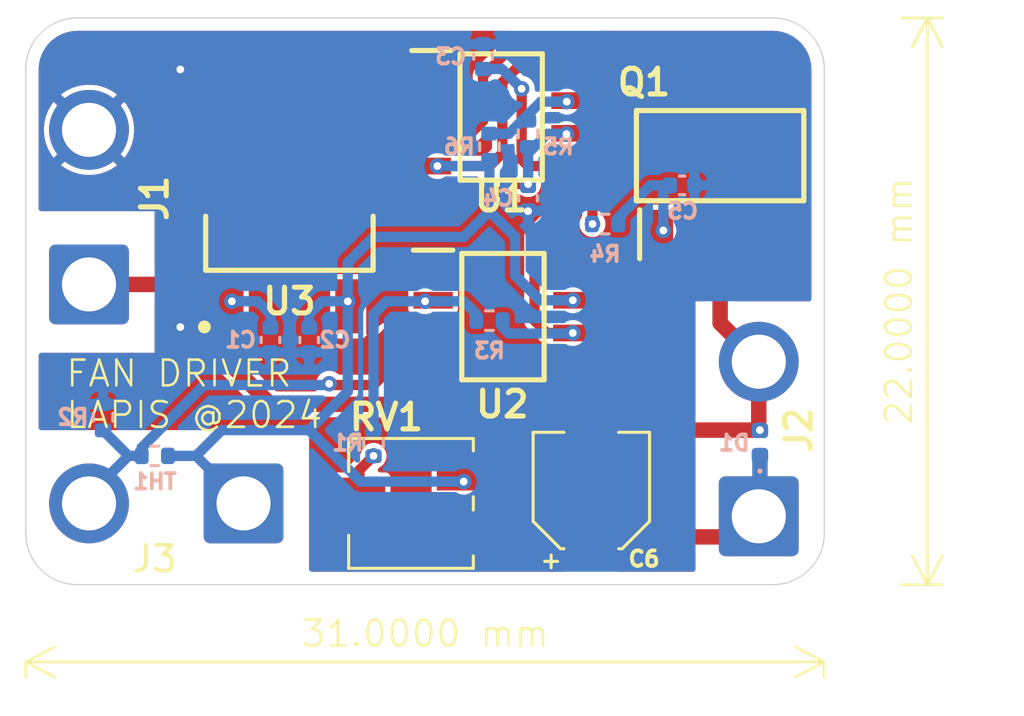
<source format=kicad_pcb>
(kicad_pcb (version 20240108) (generator "pcbnew") (generator_version "8.0")
  (layers (0 "F.Cu" signal) (31 "B.Cu" signal) (34 "B.Paste" user) (35 "F.Paste" user) (36 "B.SilkS" user "B.Silkscreen") (37 "F.SilkS" user "F.Silkscreen") (38 "B.Mask" user) (39 "F.Mask" user) (44 "Edge.Cuts" user))
  (net 0 "")
  (net 1 "+12V")
  (net 2 "GND")
  (net 3 "+5V")
  (net 4 "Net-(U1-CV)")
  (net 5 "Net-(U1-THR)")
  (net 6 "Net-(Q1-G)")
  (net 7 "Net-(D1-A)")
  (net 8 "Net-(J3-Pin_2)")
  (net 9 "Net-(R1-Pad1)")
  (net 10 "Net-(U2--)")
  (net 11 "Net-(U1-Q)")
  (net 12 "Net-(U1-DIS)")
  (footprint "Connector_Wire:SolderWire-1.5sqmm_1x02_P6mm_D1.7mm_OD3mm" (layer "F.Cu") (at 34.455 36.345 90)
    (property "Reference" "J1" (at 3.345 2.545 90) (layer "F.SilkS") (effects (font (thickness 0.2) (bold yes))))
    (property "Value" "Conn_12VIN")
    (pad "1" thru_hole roundrect (at 0 0 90) (size 3.1 3.1) (drill 2.1) (layers "*.Cu" "*.Mask") (roundrect_rratio 0.080645) (net 1 "+12V"))
    (pad "2" thru_hole circle (at 6 0 90) (size 3.1 3.1) (drill 2.1) (layers "*.Cu" "*.Mask") (net 2 "GND"))
  )
  (footprint "Potentiometer_SMD:Potentiometer_Bourns_3224J_Horizontal" (layer "F.Cu") (at 46.955 44.845)
    (property "Reference" "RV1" (at -0.955 -3.345 0) (layer "F.SilkS") (effects (font (thickness 0.2) (bold yes))))
    (property "Value" "R_Potentiometer_Trim")
    (fp_line (start -2.42 -2.52) (end -2.42 -1.24) (stroke (width 0.12)) (layer "F.SilkS"))
    (fp_line (start -2.42 -2.52) (end 2.42 -2.52) (stroke (width 0.12)) (layer "F.SilkS"))
    (fp_line (start -2.42 -2.14) (end -2.42 -2.14) (stroke (width 0.12)) (layer "F.SilkS"))
    (fp_line (start -2.42 -2.14) (end -2.42 -1.24) (stroke (width 0.12)) (layer "F.SilkS"))
    (fp_line (start -2.42 -2.14) (end -2.42 -1.24) (stroke (width 0.12)) (layer "F.SilkS"))
    (fp_line (start -2.42 1.24) (end -2.42 2.52) (stroke (width 0.12)) (layer "F.SilkS"))
    (fp_line (start -2.42 2.52) (end 2.42 2.52) (stroke (width 0.12)) (layer "F.SilkS"))
    (fp_line (start 2.42 -2.52) (end 2.42 -2.04) (stroke (width 0.12)) (layer "F.SilkS"))
    (fp_line (start 2.42 -0.26) (end 2.42 0.26) (stroke (width 0.12)) (layer "F.SilkS"))
    (fp_line (start 2.42 2.04) (end 2.42 2.52) (stroke (width 0.12)) (layer "F.SilkS"))
    (pad "1" smd rect (at 2 -1.15) (size 2 1.3) (layers "F.Cu" "F.Paste" "F.Mask") (net 3 "+5V"))
    (pad "2" smd rect (at -2 0) (size 2 2) (layers "F.Cu" "F.Paste" "F.Mask") (net 9 "Net-(R1-Pad1)"))
    (pad "3" smd rect (at 2 1.15) (size 2 1.3) (layers "F.Cu" "F.Paste" "F.Mask") (net 2 "GND"))
  )
  (footprint "Connector_Wire:SolderWire-1.5sqmm_1x02_P6mm_D1.7mm_OD3mm" (layer "F.Cu") (at 40.455 44.845 180)
    (property "Reference" "J3" (at 3.455 -2.155 0) (layer "F.SilkS"))
    (property "Value" "Conn_NTC")
    (pad "1" thru_hole roundrect (at 0 0 180) (size 3.1 3.1) (drill 2.1) (layers "*.Cu" "*.Mask") (roundrect_rratio 0.080645) (net 3 "+5V"))
    (pad "2" thru_hole circle (at 6 0 180) (size 3.1 3.1) (drill 2.1) (layers "*.Cu" "*.Mask") (net 8 "Net-(J3-Pin_2)"))
  )
  (footprint "Library:SOT230P700X180-4N" (layer "F.Cu") (at 58.955 31.345 90)
    (property "Reference" "Q1" (at 2.845 -2.955 180) (layer "F.SilkS") (effects (font (thickness 0.2) (bold yes))))
    (property "Value" "IRLL014TRPBF-BE3" (hide yes))
    (fp_line (start 1.75 -3.25) (end 1.75 3.25) (stroke (width 0.2)) (layer "F.SilkS"))
    (fp_line (start -1.75 -3.25) (end 1.75 -3.25) (stroke (width 0.2)) (layer "F.SilkS"))
    (fp_line (start -4 -3.125) (end -2.1 -3.125) (stroke (width 0.2)) (layer "F.SilkS"))
    (fp_line (start 1.75 3.25) (end -1.75 3.25) (stroke (width 0.2)) (layer "F.SilkS"))
    (fp_line (start -1.75 3.25) (end -1.75 -3.25) (stroke (width 0.2)) (layer "F.SilkS"))
    (pad "1" smd rect (at -3.05 -2.3 180) (size 0.95 1.9) (layers "F.Cu" "F.Paste" "F.Mask") (net 6 "Net-(Q1-G)"))
    (pad "2" smd rect (at -3.05 0 180) (size 0.95 1.9) (layers "F.Cu" "F.Paste" "F.Mask") (net 7 "Net-(D1-A)"))
    (pad "3" smd rect (at -3.05 2.3 180) (size 0.95 1.9) (layers "F.Cu" "F.Paste" "F.Mask") (net 2 "GND"))
    (pad "4" smd rect (at 3.05 0 90) (size 1.9 3.25) (layers "F.Cu" "F.Paste" "F.Mask"))
  )
  (footprint "kzpe_fp:SOIC127P600X175-8N" (layer "F.Cu") (at 50.455 29.845)
    (property "Reference" "U1" (at 0 3.155 0) (layer "F.SilkS") (effects (font (thickness 0.2) (bold yes))))
    (property "Value" "LM555xM" (hide yes))
    (fp_line (start -3.475 -2.58) (end -1.948 -2.58) (stroke (width 0.2)) (layer "F.SilkS"))
    (fp_line (start -1.598 -2.452) (end 1.598 -2.452) (stroke (width 0.2)) (layer "F.SilkS"))
    (fp_line (start -1.598 2.452) (end -1.598 -2.452) (stroke (width 0.2)) (layer "F.SilkS"))
    (fp_line (start 1.598 -2.452) (end 1.598 2.452) (stroke (width 0.2)) (layer "F.SilkS"))
    (fp_line (start 1.598 2.452) (end -1.598 2.452) (stroke (width 0.2)) (layer "F.SilkS"))
    (pad "1" smd rect (at -2.711 -1.905 90) (size 0.65 1.528) (layers "F.Cu" "F.Paste" "F.Mask") (net 2 "GND"))
    (pad "2" smd rect (at -2.711 -0.635 90) (size 0.65 1.528) (layers "F.Cu" "F.Paste" "F.Mask") (net 5 "Net-(U1-THR)"))
    (pad "3" smd rect (at -2.711 0.635 90) (size 0.65 1.528) (layers "F.Cu" "F.Paste" "F.Mask") (net 11 "Net-(U1-Q)"))
    (pad "4" smd rect (at -2.711 1.905 90) (size 0.65 1.528) (layers "F.Cu" "F.Paste" "F.Mask") (net 3 "+5V"))
    (pad "5" smd rect (at 2.711 1.905 90) (size 0.65 1.528) (layers "F.Cu" "F.Paste" "F.Mask") (net 4 "Net-(U1-CV)"))
    (pad "6" smd rect (at 2.711 0.635 90) (size 0.65 1.528) (layers "F.Cu" "F.Paste" "F.Mask") (net 5 "Net-(U1-THR)"))
    (pad "7" smd rect (at 2.711 -0.635 90) (size 0.65 1.528) (layers "F.Cu" "F.Paste" "F.Mask") (net 12 "Net-(U1-DIS)"))
    (pad "8" smd rect (at 2.711 -1.905 90) (size 0.65 1.528) (layers "F.Cu" "F.Paste" "F.Mask") (net 3 "+5V"))
  )
  (footprint "Connector_Wire:SolderWire-1.5sqmm_1x02_P6mm_D1.7mm_OD3mm" (layer "F.Cu") (at 60.455 45.345 90)
    (property "Reference" "J2" (at 3.345 1.545 90) (layer "F.SilkS") (effects (font (thickness 0.2) (bold yes))))
    (property "Value" "Conn_FAN")
    (pad "1" thru_hole roundrect (at 0 0 90) (size 3.1 3.1) (drill 2.1) (layers "*.Cu" "*.Mask") (roundrect_rratio 0.080645) (net 1 "+12V"))
    (pad "2" thru_hole circle (at 6 0 90) (size 3.1 3.1) (drill 2.1) (layers "*.Cu" "*.Mask") (net 7 "Net-(D1-A)"))
  )
  (footprint "Library:TO228P972X240-3N" (layer "F.Cu") (at 42.235 32.845 90)
    (property "Reference" "U3" (at -4.155 0 180) (layer "F.SilkS") (effects (font (thickness 0.2) (bold yes))))
    (property "Value" "LF50ABDT-TR" (hide yes))
    (fp_line (start -2.95 -3.25) (end -0.85 -3.25) (stroke (width 0.2)) (layer "F.SilkS"))
    (fp_line (start -0.85 3.25) (end -2.95 3.25) (stroke (width 0.2)) (layer "F.SilkS"))
    (fp_line (start -2.95 3.25) (end -2.95 -3.25) (stroke (width 0.2)) (layer "F.SilkS"))
    (fp_circle (center -5.15 -3.3) (end -5.15 -3.175) (stroke (width 0.25)) (fill none) (layer "F.SilkS"))
    (pad "1" smd rect (at -4.35 -2.28 180) (size 1 2.1) (layers "F.Cu" "F.Paste" "F.Mask") (net 1 "+12V"))
    (pad "2" smd rect (at 2.45 0 180) (size 4.9 5.85) (layers "F.Cu" "F.Paste" "F.Mask") (net 2 "GND"))
    (pad "3" smd rect (at -4.35 2.28 180) (size 1 2.1) (layers "F.Cu" "F.Paste" "F.Mask") (net 3 "+5V"))
  )
  (footprint "Capacitor_SMD:CP_Elec_4x4.5" (layer "F.Cu") (at 53.955 44.345 90)
    (property "Reference" "C6" (at -2.655 2.045 180) (layer "F.SilkS") (effects (font (size 0.6 0.6))))
    (property "Value" "47uF/50V")
    (fp_line (start 2.26 -2.26) (end 2.26 -1.06) (stroke (width 0.12)) (layer "F.SilkS"))
    (fp_line (start -1.195563 -2.26) (end 2.26 -2.26) (stroke (width 0.12)) (layer "F.SilkS"))
    (fp_line (start -2.75 -1.81) (end -2.75 -1.31) (stroke (width 0.12)) (layer "F.SilkS"))
    (fp_line (start -3 -1.56) (end -2.5 -1.56) (stroke (width 0.12)) (layer "F.SilkS"))
    (fp_line (start -2.26 -1.195563) (end -1.195563 -2.26) (stroke (width 0.12)) (layer "F.SilkS"))
    (fp_line (start -2.26 -1.195563) (end -2.26 -1.06) (stroke (width 0.12)) (layer "F.SilkS"))
    (fp_line (start -2.26 1.195563) (end -2.26 1.06) (stroke (width 0.12)) (layer "F.SilkS"))
    (fp_line (start -2.26 1.195563) (end -1.195563 2.26) (stroke (width 0.12)) (layer "F.SilkS"))
    (fp_line (start 2.26 2.26) (end 2.26 1.06) (stroke (width 0.12)) (layer "F.SilkS"))
    (fp_line (start -1.195563 2.26) (end 2.26 2.26) (stroke (width 0.12)) (layer "F.SilkS"))
    (pad "1" smd roundrect (at -1.8 0 90) (size 2.6 1.6) (layers "F.Cu" "F.Paste" "F.Mask") (roundrect_rratio 0.15625) (net 1 "+12V"))
    (pad "2" smd roundrect (at 1.8 0 90) (size 2.6 1.6) (layers "F.Cu" "F.Paste" "F.Mask") (roundrect_rratio 0.15625) (net 7 "Net-(D1-A)"))
  )
  (footprint "kzpe_fp:SOIC127P600X175-8N" (layer "F.Cu") (at 50.525 37.595)
    (property "Reference" "U2" (at -0.025 3.405 0) (layer "F.SilkS") (effects (font (thickness 0.2) (bold yes))))
    (property "Value" "TL081" (hide yes))
    (fp_line (start -3.475 -2.58) (end -1.948 -2.58) (stroke (width 0.2)) (layer "F.SilkS"))
    (fp_line (start -1.598 -2.452) (end 1.598 -2.452) (stroke (width 0.2)) (layer "F.SilkS"))
    (fp_line (start -1.598 2.452) (end -1.598 -2.452) (stroke (width 0.2)) (layer "F.SilkS"))
    (fp_line (start 1.598 -2.452) (end 1.598 2.452) (stroke (width 0.2)) (layer "F.SilkS"))
    (fp_line (start 1.598 2.452) (end -1.598 2.452) (stroke (width 0.2)) (layer "F.SilkS"))
    (pad "1" smd rect (at -2.711 -1.905 90) (size 0.65 1.528) (layers "F.Cu" "F.Paste" "F.Mask"))
    (pad "2" smd rect (at -2.711 -0.635 90) (size 0.65 1.528) (layers "F.Cu" "F.Paste" "F.Mask") (net 10 "Net-(U2--)"))
    (pad "3" smd rect (at -2.711 0.635 90) (size 0.65 1.528) (layers "F.Cu" "F.Paste" "F.Mask") (net 8 "Net-(J3-Pin_2)"))
    (pad "4" smd rect (at -2.711 1.905 90) (size 0.65 1.528) (layers "F.Cu" "F.Paste" "F.Mask") (net 2 "GND"))
    (pad "5" smd rect (at 2.711 1.905 90) (size 0.65 1.528) (layers "F.Cu" "F.Paste" "F.Mask"))
    (pad "6" smd rect (at 2.711 0.635 90) (size 0.65 1.528) (layers "F.Cu" "F.Paste" "F.Mask") (net 4 "Net-(U1-CV)"))
    (pad "7" smd rect (at 2.711 -0.635 90) (size 0.65 1.528) (layers "F.Cu" "F.Paste" "F.Mask") (net 3 "+5V"))
    (pad "8" smd rect (at 2.711 -1.905 90) (size 0.65 1.528) (layers "F.Cu" "F.Paste" "F.Mask"))
  )
  (footprint "Capacitor_SMD:C_0402_1005Metric" (layer "B.Cu") (at 51.5 33 -90)
    (property "Reference" "C4" (at 0 1.16 180) (layer "B.SilkS") (effects (font (size 0.6 0.6)) (justify mirror)))
    (property "Value" "1uF")
    (fp_line (start 0.107836 0.36) (end -0.107836 0.36) (stroke (width 0.12)) (layer "B.SilkS"))
    (fp_line (start 0.107836 -0.36) (end -0.107836 -0.36) (stroke (width 0.12)) (layer "B.SilkS"))
    (pad "1" smd roundrect (at -0.48 0 270) (size 0.56 0.62) (layers "B.Cu" "B.Paste" "B.Mask") (net 5 "Net-(U1-THR)"))
    (pad "2" smd roundrect (at 0.48 0 270) (size 0.56 0.62) (layers "B.Cu" "B.Paste" "B.Mask") (net 2 "GND"))
  )
  (footprint "Resistor_SMD:R_0402_1005Metric" (layer "B.Cu") (at 50 37.75)
    (property "Reference" "R3" (at 0 1.17 0) (layer "B.SilkS") (effects (font (size 0.6 0.6)) (justify mirror)))
    (property "Value" "100k")
    (fp_line (start 0.153641 -0.38) (end -0.153641 -0.38) (stroke (width 0.12)) (layer "B.SilkS"))
    (fp_line (start 0.153641 0.38) (end -0.153641 0.38) (stroke (width 0.12)) (layer "B.SilkS"))
    (pad "1" smd roundrect (at -0.51 0) (size 0.54 0.64) (layers "B.Cu" "B.Paste" "B.Mask") (net 10 "Net-(U2--)"))
    (pad "2" smd roundrect (at 0.51 0) (size 0.54 0.64) (layers "B.Cu" "B.Paste" "B.Mask") (net 4 "Net-(U1-CV)"))
  )
  (footprint "Capacitor_SMD:C_0402_1005Metric" (layer "B.Cu") (at 41.5 38.5 -90)
    (property "Reference" "C1" (at 0 1.16 180) (layer "B.SilkS") (effects (font (size 0.6 0.6)) (justify mirror)))
    (property "Value" "0.1uF")
    (fp_line (start 0.107836 0.36) (end -0.107836 0.36) (stroke (width 0.12)) (layer "B.SilkS"))
    (fp_line (start 0.107836 -0.36) (end -0.107836 -0.36) (stroke (width 0.12)) (layer "B.SilkS"))
    (pad "1" smd roundrect (at -0.48 0 270) (size 0.56 0.62) (layers "B.Cu" "B.Paste" "B.Mask") (net 1 "+12V"))
    (pad "2" smd roundrect (at 0.48 0 270) (size 0.56 0.62) (layers "B.Cu" "B.Paste" "B.Mask") (net 2 "GND"))
  )
  (footprint "Capacitor_SMD:C_0402_1005Metric" (layer "B.Cu") (at 49.75 27.5 90)
    (property "Reference" "C3" (at 0 -1.25 180) (layer "B.SilkS") (effects (font (size 0.6 0.6)) (justify mirror)))
    (property "Value" "0.1uF")
    (fp_line (start 0.107836 -0.36) (end -0.107836 -0.36) (stroke (width 0.12)) (layer "B.SilkS"))
    (fp_line (start 0.107836 0.36) (end -0.107836 0.36) (stroke (width 0.12)) (layer "B.SilkS"))
    (pad "1" smd roundrect (at -0.48 0 90) (size 0.56 0.62) (layers "B.Cu" "B.Paste" "B.Mask") (net 4 "Net-(U1-CV)"))
    (pad "2" smd roundrect (at 0.48 0 90) (size 0.56 0.62) (layers "B.Cu" "B.Paste" "B.Mask") (net 2 "GND"))
  )
  (footprint "Resistor_SMD:R_0402_1005Metric" (layer "B.Cu") (at 37.01 43 180)
    (property "Reference" "TH1" (at 0 -1 0) (layer "B.SilkS") (effects (font (size 0.6 0.6)) (justify mirror)))
    (property "Value" "Thermistor_NTC")
    (fp_line (start 0.153641 0.38) (end -0.153641 0.38) (stroke (width 0.12)) (layer "B.SilkS"))
    (fp_line (start 0.153641 -0.38) (end -0.153641 -0.38) (stroke (width 0.12)) (layer "B.SilkS"))
    (pad "1" smd roundrect (at -0.51 0 180) (size 0.54 0.64) (layers "B.Cu" "B.Paste" "B.Mask") (net 3 "+5V"))
    (pad "2" smd roundrect (at 0.51 0 180) (size 0.54 0.64) (layers "B.Cu" "B.Paste" "B.Mask") (net 8 "Net-(J3-Pin_2)"))
  )
  (footprint "Resistor_SMD:R_0402_1005Metric" (layer "B.Cu") (at 45.5 42.5 90)
    (property "Reference" "R1" (at 0 -1 180) (layer "B.SilkS") (effects (font (size 0.6 0.6)) (justify mirror)))
    (property "Value" "1k")
    (fp_line (start 0.153641 -0.38) (end -0.153641 -0.38) (stroke (width 0.12)) (layer "B.SilkS"))
    (fp_line (start 0.153641 0.38) (end -0.153641 0.38) (stroke (width 0.12)) (layer "B.SilkS"))
    (pad "1" smd roundrect (at -0.51 0 90) (size 0.54 0.64) (layers "B.Cu" "B.Paste" "B.Mask") (net 9 "Net-(R1-Pad1)"))
    (pad "2" smd roundrect (at 0.51 0 90) (size 0.54 0.64) (layers "B.Cu" "B.Paste" "B.Mask") (net 10 "Net-(U2--)"))
  )
  (footprint "Capacitor_SMD:C_0402_1005Metric" (layer "B.Cu") (at 43 38.5 -90)
    (property "Reference" "C2" (at 0 -1 180) (layer "B.SilkS") (effects (font (size 0.6 0.6)) (justify mirror)))
    (property "Value" "1uF")
    (fp_line (start 0.107836 0.36) (end -0.107836 0.36) (stroke (width 0.12)) (layer "B.SilkS"))
    (fp_line (start 0.107836 -0.36) (end -0.107836 -0.36) (stroke (width 0.12)) (layer "B.SilkS"))
    (pad "1" smd roundrect (at -0.48 0 270) (size 0.56 0.62) (layers "B.Cu" "B.Paste" "B.Mask") (net 3 "+5V"))
    (pad "2" smd roundrect (at 0.48 0 270) (size 0.56 0.62) (layers "B.Cu" "B.Paste" "B.Mask") (net 2 "GND"))
  )
  (footprint "Resistor_SMD:R_0402_1005Metric" (layer "B.Cu") (at 54.49 34)
    (property "Reference" "R4" (at 0 1.17 0) (layer "B.SilkS") (effects (font (size 0.6 0.6)) (justify mirror)))
    (property "Value" "1k")
    (fp_line (start 0.153641 -0.38) (end -0.153641 -0.38) (stroke (width 0.12)) (layer "B.SilkS"))
    (fp_line (start 0.153641 0.38) (end -0.153641 0.38) (stroke (width 0.12)) (layer "B.SilkS"))
    (pad "1" smd roundrect (at -0.51 0) (size 0.54 0.64) (layers "B.Cu" "B.Paste" "B.Mask") (net 11 "Net-(U1-Q)"))
    (pad "2" smd roundrect (at 0.51 0) (size 0.54 0.64) (layers "B.Cu" "B.Paste" "B.Mask") (net 6 "Net-(Q1-G)"))
  )
  (footprint "Resistor_SMD:R_0402_1005Metric" (layer "B.Cu") (at 50 31 -90)
    (property "Reference" "R6" (at 0 1.17 180) (layer "B.SilkS") (effects (font (size 0.6 0.6)) (justify mirror)))
    (property "Value" "1k")
    (fp_line (start 0.153641 0.38) (end -0.153641 0.38) (stroke (width 0.12)) (layer "B.SilkS"))
    (fp_line (start 0.153641 -0.38) (end -0.153641 -0.38) (stroke (width 0.12)) (layer "B.SilkS"))
    (pad "1" smd roundrect (at -0.51 0 270) (size 0.54 0.64) (layers "B.Cu" "B.Paste" "B.Mask") (net 12 "Net-(U1-DIS)"))
    (pad "2" smd roundrect (at 0.51 0 270) (size 0.54 0.64) (layers "B.Cu" "B.Paste" "B.Mask") (net 3 "+5V"))
  )
  (footprint "Resistor_SMD:R_0402_1005Metric" (layer "B.Cu") (at 51.5 30.5 90)
    (property "Reference" "R5" (at -0.5 1.17 180) (layer "B.SilkS") (effects (font (size 0.6 0.6)) (justify mirror)))
    (property "Value" "1k")
    (fp_line (start 0.153641 -0.38) (end -0.153641 -0.38) (stroke (width 0.12)) (layer "B.SilkS"))
    (fp_line (start 0.153641 0.38) (end -0.153641 0.38) (stroke (width 0.12)) (layer "B.SilkS"))
    (pad "1" smd roundrect (at -0.51 0 90) (size 0.54 0.64) (layers "B.Cu" "B.Paste" "B.Mask") (net 5 "Net-(U1-THR)"))
    (pad "2" smd roundrect (at 0.51 0 90) (size 0.54 0.64) (layers "B.Cu" "B.Paste" "B.Mask") (net 12 "Net-(U1-DIS)"))
  )
  (footprint "Capacitor_SMD:C_0402_1005Metric" (layer "B.Cu") (at 57.48 32.5)
    (property "Reference" "C5" (at 0.02 1 0) (layer "B.SilkS") (effects (font (size 0.6 0.6)) (justify mirror)))
    (property "Value" "0.01uF")
    (fp_line (start 0.107836 -0.36) (end -0.107836 -0.36) (stroke (width 0.12)) (layer "B.SilkS"))
    (fp_line (start 0.107836 0.36) (end -0.107836 0.36) (stroke (width 0.12)) (layer "B.SilkS"))
    (pad "1" smd roundrect (at -0.48 0) (size 0.56 0.62) (layers "B.Cu" "B.Paste" "B.Mask") (net 6 "Net-(Q1-G)"))
    (pad "2" smd roundrect (at 0.48 0) (size 0.56 0.62) (layers "B.Cu" "B.Paste" "B.Mask") (net 2 "GND"))
  )
  (footprint "Resistor_SMD:R_0402_1005Metric" (layer "B.Cu") (at 35 41.5 -90)
    (property "Reference" "R2" (at 0 1.17 180) (layer "B.SilkS") (effects (font (size 0.6 0.6)) (justify mirror)))
    (property "Value" "10k")
    (fp_line (start 0.153641 0.38) (end -0.153641 0.38) (stroke (width 0.12)) (layer "B.SilkS"))
    (fp_line (start 0.153641 -0.38) (end -0.153641 -0.38) (stroke (width 0.12)) (layer "B.SilkS"))
    (pad "1" smd roundrect (at -0.51 0 270) (size 0.54 0.64) (layers "B.Cu" "B.Paste" "B.Mask") (net 2 "GND"))
    (pad "2" smd roundrect (at 0.51 0 270) (size 0.54 0.64) (layers "B.Cu" "B.Paste" "B.Mask") (net 8 "Net-(J3-Pin_2)"))
  )
  (footprint "Diode_SMD:D_0402_1005Metric" (layer "B.Cu") (at 60.5 42.5 90)
    (property "Reference" "D1" (at 0 -1 180) (layer "B.SilkS") (effects (font (size 0.6 0.6)) (justify mirror)))
    (property "Value" "1N4148")
    (fp_circle (center -1.09 0) (end -1.04 0) (stroke (width 0.1)) (fill none) (layer "B.SilkS"))
    (pad "1" smd roundrect (at -0.485 0 90) (size 0.59 0.64) (layers "B.Cu" "B.Paste" "B.Mask") (net 1 "+12V"))
    (pad "2" smd roundrect (at 0.485 0 90) (size 0.59 0.64) (layers "B.Cu" "B.Paste" "B.Mask") (net 7 "Net-(D1-A)"))
  )
  (gr_line (start 61 48) (end 34 48) (stroke (width 0.05)) (layer "Edge.Cuts"))
  (gr_line (start 63 28) (end 63 46) (stroke (width 0.05)) (layer "Edge.Cuts"))
  (gr_line (start 34 26) (end 61 26) (stroke (width 0.05)) (layer "Edge.Cuts"))
  (gr_arc (start 34 48) (mid 32.585786 47.414214) (end 32 46) (stroke (width 0.05)) (layer "Edge.Cuts"))
  (gr_line (start 32 46) (end 32 28) (stroke (width 0.05)) (layer "Edge.Cuts"))
  (gr_arc (start 32 28) (mid 32.585786 26.585786) (end 34 26) (stroke (width 0.05)) (layer "Edge.Cuts"))
  (gr_arc (start 63 46) (mid 62.414214 47.414214) (end 61 48) (stroke (width 0.05)) (layer "Edge.Cuts"))
  (gr_arc (start 61 26) (mid 62.414214 26.585786) (end 63 28) (stroke (width 0.05)) (layer "Edge.Cuts"))
  (gr_text "FAN DRIVER\nLAPIS @2024" (at 33.5 42 0) (layer "F.SilkS") (effects (font (size 1 1) (thickness 0.1)) (justify left bottom)))
  (dimension (type aligned) (layer "F.SilkS") (pts (xy 65.5 26) (xy 65.5 48)) (height -1.5) (gr_text "22.0000 mm" (at 65.9 37 90) (layer "F.SilkS") (effects (font (size 1 1) (thickness 0.1)))) (format (prefix "") (suffix "") (units 3) (units_format 1) (precision 4)) (style (thickness 0.1) (arrow_length 1.27) (text_position_mode 0) (extension_height 0.58642) (extension_offset 0.5) keep_text_aligned))
  (dimension (type aligned) (layer "F.SilkS") (pts (xy 32 50.5) (xy 63 50.5)) (height 0.5) (gr_text "31.0000 mm" (at 47.5 49.9 0) (layer "F.SilkS") (effects (font (size 1 1) (thickness 0.1)))) (format (prefix "") (suffix "") (units 3) (units_format 1) (precision 4)) (style (thickness 0.1) (arrow_length 1.27) (text_position_mode 0) (extension_height 0.58642) (extension_offset 0.5) keep_text_aligned))
  (segment (start 53.955 46.145) (end 59.655 46.145) (width 0.6) (layer "F.Cu") (net 1))
  (segment (start 59.655 46.145) (end 60.455 45.345) (width 0.6) (layer "F.Cu") (net 1))
  (segment (start 39.955 39.455) (end 41.5 41) (width 0.6) (layer "F.Cu") (net 1))
  (segment (start 51.5 45.5) (end 52.145 46.145) (width 0.6) (layer "F.Cu") (net 1))
  (segment (start 39.955 37.195) (end 39.955 39.455) (width 0.6) (layer "F.Cu") (net 1))
  (segment (start 41.5 41) (end 51 41) (width 0.6) (layer "F.Cu") (net 1))
  (segment (start 52.145 46.145) (end 53.955 46.145) (width 0.6) (layer "F.Cu") (net 1))
  (segment (start 39.105 36.345) (end 39.955 37.195) (width 0.6) (layer "F.Cu") (net 1))
  (segment (start 34.455 36.345) (end 39.105 36.345) (width 0.6) (layer "F.Cu") (net 1))
  (segment (start 51 41) (end 51.5 41.5) (width 0.6) (layer "F.Cu") (net 1))
  (segment (start 51.5 41.5) (end 51.5 45.5) (width 0.6) (layer "F.Cu") (net 1))
  (via (at 40 37) (size 0.6) (drill 0.3) (layers "F.Cu" "B.Cu") (net 1))
  (segment (start 41 37) (end 40 37) (width 0.4) (layer "B.Cu") (net 1))
  (segment (start 60.5 42.985) (end 60.5 45.3) (width 0.6) (layer "B.Cu") (net 1))
  (segment (start 60.5 45.3) (end 60.455 45.345) (width 0.6) (layer "B.Cu") (net 1))
  (segment (start 41.5 38.02) (end 41.5 37.5) (width 0.4) (layer "B.Cu") (net 1))
  (segment (start 41.5 37.5) (end 41 37) (width 0.4) (layer "B.Cu") (net 1))
  (segment (start 49.75 39) (end 49.25 39.5) (width 0.4) (layer "F.Cu") (net 2))
  (segment (start 49.25 39.5) (end 47.814 39.5) (width 0.4) (layer "F.Cu") (net 2))
  (segment (start 49.75 35.25) (end 49.75 39) (width 0.4) (layer "F.Cu") (net 2))
  (segment (start 51.5 33.5) (end 49.75 35.25) (width 0.4) (layer "F.Cu") (net 2))
  (via (at 38 28) (size 0.6) (drill 0.3) (layers "F.Cu" "B.Cu") (net 2))
  (via (at 38 38) (size 0.6) (drill 0.3) (layers "F.Cu" "B.Cu") (net 2))
  (via (at 51.5 33.5) (size 0.6) (drill 0.3) (layers "F.Cu" "B.Cu") (net 2))
  (segment (start 51.5 33.48) (end 51.5 33.5) (width 0.4) (layer "B.Cu") (net 2))
  (segment (start 50 31.75) (end 50.5 31.25) (width 0.4) (layer "F.Cu") (net 3))
  (segment (start 51.06 27.94) (end 52.93 27.94) (width 0.4) (layer "F.Cu") (net 3))
  (segment (start 50.5 28.5) (end 51.06 27.94) (width 0.4) (layer "F.Cu") (net 3))
  (segment (start 47.98 31.75) (end 50 31.75) (width 0.4) (layer "F.Cu") (net 3))
  (segment (start 50.5 31.25) (end 50.5 28.5) (width 0.4) (layer "F.Cu") (net 3))
  (via (at 53.236 36.96) (size 0.6) (drill 0.3) (layers "F.Cu" "B.Cu") (net 3))
  (via (at 49 44) (size 0.6) (drill 0.3) (layers "F.Cu" "B.Cu") (net 3))
  (via (at 44.5 37) (size 0.6) (drill 0.3) (layers "F.Cu" "B.Cu") (net 3))
  (via (at 47.98 31.75) (size 0.6) (drill 0.3) (layers "F.Cu" "B.Cu") (net 3))
  (segment (start 45.5 34.5) (end 49 34.5) (width 0.4) (layer "B.Cu") (net 3))
  (segment (start 38.61 43) (end 40.455 44.845) (width 0.4) (layer "B.Cu") (net 3))
  (segment (start 50 31.51) (end 49.76 31.75) (width 0.4) (layer "B.Cu") (net 3))
  (segment (start 39.61 42) (end 43 42) (width 0.4) (layer "B.Cu") (net 3))
  (segment (start 53.236 36.96) (end 51.96 36.96) (width 0.4) (layer "B.Cu") (net 3))
  (segment (start 49.76 31.75) (end 47.98 31.75) (width 0.4) (layer "B.Cu") (net 3))
  (segment (start 44.5 40.5) (end 43 42) (width 0.4) (layer "B.Cu") (net 3))
  (segment (start 51.96 36.96) (end 51 36) (width 0.4) (layer "B.Cu") (net 3))
  (segment (start 49 34.5) (end 50 33.5) (width 0.4) (layer "B.Cu") (net 3))
  (segment (start 38.61 43) (end 39.61 42) (width 0.4) (layer "B.Cu") (net 3))
  (segment (start 44.5 37) (end 43.5 37) (width 0.4) (layer "B.Cu") (net 3))
  (segment (start 44.5 37) (end 44.5 35.5) (width 0.4) (layer "B.Cu") (net 3))
  (segment (start 44.5 37) (end 44.5 40.5) (width 0.4) (layer "B.Cu") (net 3))
  (segment (start 43 37.5) (end 43 38.02) (width 0.4) (layer "B.Cu") (net 3))
  (segment (start 44.5 35.5) (end 45.5 34.5) (width 0.4) (layer "B.Cu") (net 3))
  (segment (start 43.5 37) (end 43 37.5) (width 0.4) (layer "B.Cu") (net 3))
  (segment (start 43 42) (end 45 44) (width 0.4) (layer "B.Cu") (net 3))
  (segment (start 51 34.5) (end 50 33.5) (width 0.4) (layer "B.Cu") (net 3))
  (segment (start 45 44) (end 49 44) (width 0.4) (layer "B.Cu") (net 3))
  (segment (start 50 33.5) (end 50 31.51) (width 0.4) (layer "B.Cu") (net 3))
  (segment (start 51 36) (end 51 34.5) (width 0.4) (layer "B.Cu") (net 3))
  (segment (start 37.52 43) (end 38.61 43) (width 0.4) (layer "B.Cu") (net 3))
  (segment (start 51.75 37.75) (end 51.75 34.5) (width 0.4) (layer "F.Cu") (net 4))
  (segment (start 53 31.82) (end 52.93 31.75) (width 0.4) (layer "F.Cu") (net 4))
  (segment (start 51.25 28.75) (end 51.25 31.5) (width 0.4) (layer "F.Cu") (net 4))
  (segment (start 53 33.25) (end 53 31.82) (width 0.4) (layer "F.Cu") (net 4))
  (segment (start 51.25 31.5) (end 51.5 31.75) (width 0.4) (layer "F.Cu") (net 4))
  (segment (start 53.236 38.23) (end 52.23 38.23) (width 0.4) (layer "F.Cu") (net 4))
  (segment (start 52.23 38.23) (end 51.75 37.75) (width 0.4) (layer "F.Cu") (net 4))
  (segment (start 51.5 31.75) (end 52.93 31.75) (width 0.4) (layer "F.Cu") (net 4))
  (segment (start 51.75 34.5) (end 53 33.25) (width 0.4) (layer "F.Cu") (net 4))
  (via (at 51.25 28.75) (size 0.6) (drill 0.3) (layers "F.Cu" "B.Cu") (net 4))
  (via (at 53.236 38.23) (size 0.6) (drill 0.3) (layers "F.Cu" "B.Cu") (net 4))
  (segment (start 53.216 38.25) (end 53.236 38.23) (width 0.4) (layer "B.Cu") (net 4))
  (segment (start 50.48 27.98) (end 51.25 28.75) (width 0.4) (layer "B.Cu") (net 4))
  (segment (start 50.75 38.25) (end 53.216 38.25) (width 0.4) (layer "B.Cu") (net 4))
  (segment (start 50.51 38.01) (end 50.75 38.25) (width 0.4) (layer "B.Cu") (net 4))
  (segment (start 49.75 27.98) (end 50.48 27.98) (width 0.4) (layer "B.Cu") (net 4))
  (segment (start 50.5 32.75) (end 50.8 32.45) (width 0.4) (layer "F.Cu") (net 5))
  (segment (start 46.25 32.25) (end 46.75 32.75) (width 0.4) (layer "F.Cu") (net 5))
  (segment (start 50.8 32.45) (end 51.5 32.45) (width 0.4) (layer "F.Cu") (net 5))
  (segment (start 47.98 29.21) (end 46.7725 29.21) (width 0.4) (layer "F.Cu") (net 5))
  (segment (start 46.75 32.75) (end 50.5 32.75) (width 0.4) (layer "F.Cu") (net 5))
  (segment (start 46.25 29.7325) (end 46.25 32.25) (width 0.4) (layer "F.Cu") (net 5))
  (segment (start 46.7725 29.21) (end 46.25 29.7325) (width 0.4) (layer "F.Cu") (net 5))
  (via (at 51.5 32.45) (size 0.6) (drill 0.3) (layers "F.Cu" "B.Cu") (net 5))
  (via (at 52.99 30.51) (size 0.6) (drill 0.3) (layers "F.Cu" "B.Cu") (net 5))
  (segment (start 52.98 30.5) (end 52.25 30.5) (width 0.4) (layer "B.Cu") (net 5))
  (segment (start 52.99 30.51) (end 52.98 30.5) (width 0.4) (layer "B.Cu") (net 5))
  (segment (start 51.5 31.25) (end 51.5 32.45) (width 0.4) (layer "B.Cu") (net 5))
  (segment (start 53 30.5) (end 52.99 30.51) (width 0.4) (layer "B.Cu") (net 5))
  (segment (start 52.25 30.5) (end 51.5 31.25) (width 0.4) (layer "B.Cu") (net 5))
  (via (at 56.75 34.25) (size 0.6) (drill 0.3) (layers "F.Cu" "B.Cu") (net 6))
  (segment (start 57 32.5) (end 56.25 32.5) (width 0.4) (layer "B.Cu") (net 6))
  (segment (start 56.75 32.75) (end 56.75 34.25) (width 0.4) (layer "B.Cu") (net 6))
  (segment (start 55 33.75) (end 55 34) (width 0.4) (layer "B.Cu") (net 6))
  (segment (start 57 32.5) (end 56.75 32.75) (width 0.4) (layer "B.Cu") (net 6))
  (segment (start 56.25 32.5) (end 55 33.75) (width 0.4) (layer "B.Cu") (net 6))
  (segment (start 58.955 34.395) (end 58.955 37.845) (width 0.6) (layer "F.Cu") (net 7))
  (segment (start 53.955 42.545) (end 56.455 42.545) (width 0.6) (layer "F.Cu") (net 7))
  (segment (start 60.455 41.955) (end 60.455 39.345) (width 0.6) (layer "F.Cu") (net 7))
  (segment (start 58.955 37.845) (end 60.455 39.345) (width 0.6) (layer "F.Cu") (net 7))
  (segment (start 56.455 42.545) (end 57 42) (width 0.6) (layer "F.Cu") (net 7))
  (segment (start 60.5 42) (end 60.455 41.955) (width 0.6) (layer "F.Cu") (net 7))
  (segment (start 57 42) (end 60.5 42) (width 0.6) (layer "F.Cu") (net 7))
  (via (at 60.5 42) (size 0.6) (drill 0.3) (layers "F.Cu" "B.Cu") (net 7))
  (segment (start 45.75 38.5) (end 46.02 38.23) (width 0.4) (layer "F.Cu") (net 8))
  (segment (start 43.830025 40.25) (end 45.5 40.25) (width 0.4) (layer "F.Cu") (net 8))
  (segment (start 46.02 38.23) (end 47.814 38.23) (width 0.4) (layer "F.Cu") (net 8))
  (segment (start 43.780025 40.2) (end 43.830025 40.25) (width 0.4) (layer "F.Cu") (net 8))
  (segment (start 45.5 40.25) (end 45.75 40) (width 0.4) (layer "F.Cu") (net 8))
  (segment (start 45.75 40) (end 45.75 38.5) (width 0.4) (layer "F.Cu") (net 8))
  (via (at 43.780025 40.2) (size 0.6) (drill 0.3) (layers "F.Cu" "B.Cu") (net 8))
  (segment (start 36.5 43) (end 35.99 43) (width 0.4) (layer "B.Cu") (net 8))
  (segment (start 36.5 42.680001) (end 38.930001 40.25) (width 0.4) (layer "B.Cu") (net 8))
  (segment (start 35.99 43) (end 35 42.01) (width 0.4) (layer "B.Cu") (net 8))
  (segment (start 43.730025 40.25) (end 43.780025 40.2) (width 0.4) (layer "B.Cu") (net 8))
  (segment (start 38.930001 40.25) (end 43.730025 40.25) (width 0.4) (layer "B.Cu") (net 8))
  (segment (start 34.455 44.845) (end 34.455 44.535) (width 0.6) (layer "B.Cu") (net 8))
  (segment (start 36.5 43) (end 36.5 42.680001) (width 0.4) (layer "B.Cu") (net 8))
  (segment (start 35.99 43) (end 34.455 44.535) (width 0.4) (layer "B.Cu") (net 8))
  (segment (start 44.955 43.545) (end 45.5 43) (width 0.4) (layer "F.Cu") (net 9))
  (segment (start 44.955 44.845) (end 44.955 43.545) (width 0.4) (layer "F.Cu") (net 9))
  (via (at 45.5 43) (size 0.6) (drill 0.3) (layers "F.Cu" "B.Cu") (net 9))
  (via (at 47.5 37) (size 0.6) (drill 0.3) (layers "F.Cu" "B.Cu") (net 10))
  (segment (start 49.49 37.75) (end 49.49 37.49) (width 0.4) (layer "B.Cu") (net 10))
  (segment (start 45.5 37.5) (end 46 37) (width 0.4) (layer "B.Cu") (net 10))
  (segment (start 46 37) (end 47.5 37) (width 0.4) (layer "B.Cu") (net 10))
  (segment (start 49.49 37.49) (end 49 37) (width 0.4) (layer "B.Cu") (net 10))
  (segment (start 49 37) (end 47.5 37) (width 0.4) (layer "B.Cu") (net 10))
  (segment (start 45.5 41.99) (end 45.5 37.5) (width 0.4) (layer "B.Cu") (net 10))
  (segment (start 54 32.75) (end 54 34) (width 0.4) (layer "F.Cu") (net 11))
  (segment (start 47.98 30.48) (end 49.27 30.48) (width 0.4) (layer "F.Cu") (net 11))
  (segment (start 49.75 30) (end 49.75 28.25) (width 0.4) (layer "F.Cu") (net 11))
  (segment (start 49.75 28.25) (end 51 27) (width 0.4) (layer "F.Cu") (net 11))
  (segment (start 54 27) (end 54.5 27.5) (width 0.4) (layer "F.Cu") (net 11))
  (segment (start 54.5 32.25) (end 54 32.75) (width 0.4) (layer "F.Cu") (net 11))
  (segment (start 51 27) (end 54 27) (width 0.4) (layer "F.Cu") (net 11))
  (segment (start 54.5 27.5) (end 54.5 32.25) (width 0.4) (layer "F.Cu") (net 11))
  (segment (start 49.27 30.48) (end 49.75 30) (width 0.4) (layer "F.Cu") (net 11))
  (via (at 54 34) (size 0.6) (drill 0.3) (layers "F.Cu" "B.Cu") (net 11))
  (via (at 53 29.25) (size 0.6) (drill 0.3) (layers "F.Cu" "B.Cu") (net 12))
  (segment (start 52 29.25) (end 53 29.25) (width 0.4) (layer "B.Cu") (net 12))
  (segment (start 51.26 29.99) (end 50.75 30.5) (width 0.4) (layer "B.Cu") (net 12))
  (segment (start 50.01 30.5) (end 50 30.49) (width 0.4) (layer "B.Cu") (net 12))
  (segment (start 51.5 29.99) (end 51.26 29.99) (width 0.4) (layer "B.Cu") (net 12))
  (segment (start 51.26 29.99) (end 52 29.25) (width 0.4) (layer "B.Cu") (net 12))
  (segment (start 50.75 30.5) (end 50.01 30.5) (width 0.4) (layer "B.Cu") (net 12))
  (zone (net 2) (net_name "GND") (layers "F&B.Cu") (name "gnd") (connect_pads (clearance 0.2)) (min_thickness 0.2) (fill yes (thermal_gap 0.2) (thermal_bridge_width 0.4) (island_removal_mode 2) (island_area_min 1))
    (polygon (pts (xy 31 25.5) (xy 63.5 25.5) (xy 63.5 48.5) (xy 31 48.5)))
  )
  (zone (net 0) (net_name "") (layers "F&B.Cu") (name "no_fill") (connect_pads (clearance 0)) (min_thickness 0.2)
    (keepout (tracks allowed) (vias allowed) (pads allowed) (copperpour not_allowed) (footprints allowed))
    (fill (thermal_gap 0.2) (thermal_bridge_width 0.4) (island_removal_mode 2) (island_area_min 1))
    (polygon (pts (xy 32 42) (xy 43 42) (xy 43 48) (xy 32 48)))
  )
  (zone (net 0) (net_name "") (layers "F&B.Cu") (name "no_fill") (connect_pads (clearance 0)) (min_thickness 0.2)
    (keepout (tracks allowed) (vias allowed) (pads allowed) (copperpour not_allowed) (footprints allowed))
    (fill (thermal_gap 0.2) (thermal_bridge_width 0.4) (island_removal_mode 2) (island_area_min 1))
    (polygon (pts (xy 32 33.5) (xy 37 33.5) (xy 37 39) (xy 32 39)))
  )
  (zone (net 0) (net_name "") (layers "F&B.Cu") (name "no_fill") (connect_pads (clearance 0)) (min_thickness 0.2)
    (keepout (tracks allowed) (vias allowed) (pads allowed) (copperpour not_allowed) (footprints allowed))
    (fill (thermal_gap 0.2) (thermal_bridge_width 0.4) (island_removal_mode 2) (island_area_min 1))
    (polygon (pts (xy 63 37) (xy 58 37) (xy 58 48) (xy 63 48)))
  )
)
</source>
